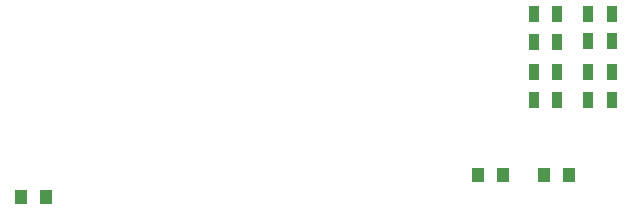
<source format=gbr>
G04 PROTEUS GERBER X2 FILE*
%TF.GenerationSoftware,Labcenter,Proteus,8.12-SP0-Build30713*%
%TF.CreationDate,2021-08-02T22:04:32+00:00*%
%TF.FileFunction,Paste,Bot*%
%TF.FilePolarity,Positive*%
%TF.Part,Single*%
%TF.SameCoordinates,{7b106f40-0859-4ec3-be3a-1bfa3638fa75}*%
%FSLAX45Y45*%
%MOMM*%
G01*
%TA.AperFunction,Material*%
%ADD65R,0.939800X1.447800*%
%ADD74R,1.016000X1.270000*%
%TD.AperFunction*%
D65*
X+5310000Y+3456327D03*
X+5510000Y+3456327D03*
X+5310000Y+3211327D03*
X+5510000Y+3211327D03*
X+5310000Y+3946327D03*
X+5510000Y+3946327D03*
X+5310000Y+3706327D03*
X+5510000Y+3706327D03*
X+5770000Y+3946327D03*
X+5970000Y+3946327D03*
X+5770000Y+3711327D03*
X+5970000Y+3711327D03*
X+5770000Y+3456327D03*
X+5970000Y+3456327D03*
X+5770000Y+3216327D03*
X+5970000Y+3216327D03*
D74*
X+5050000Y+2580000D03*
X+4836640Y+2580000D03*
X+5613360Y+2580000D03*
X+5400000Y+2580000D03*
X+1183360Y+2390000D03*
X+970000Y+2390000D03*
M02*

</source>
